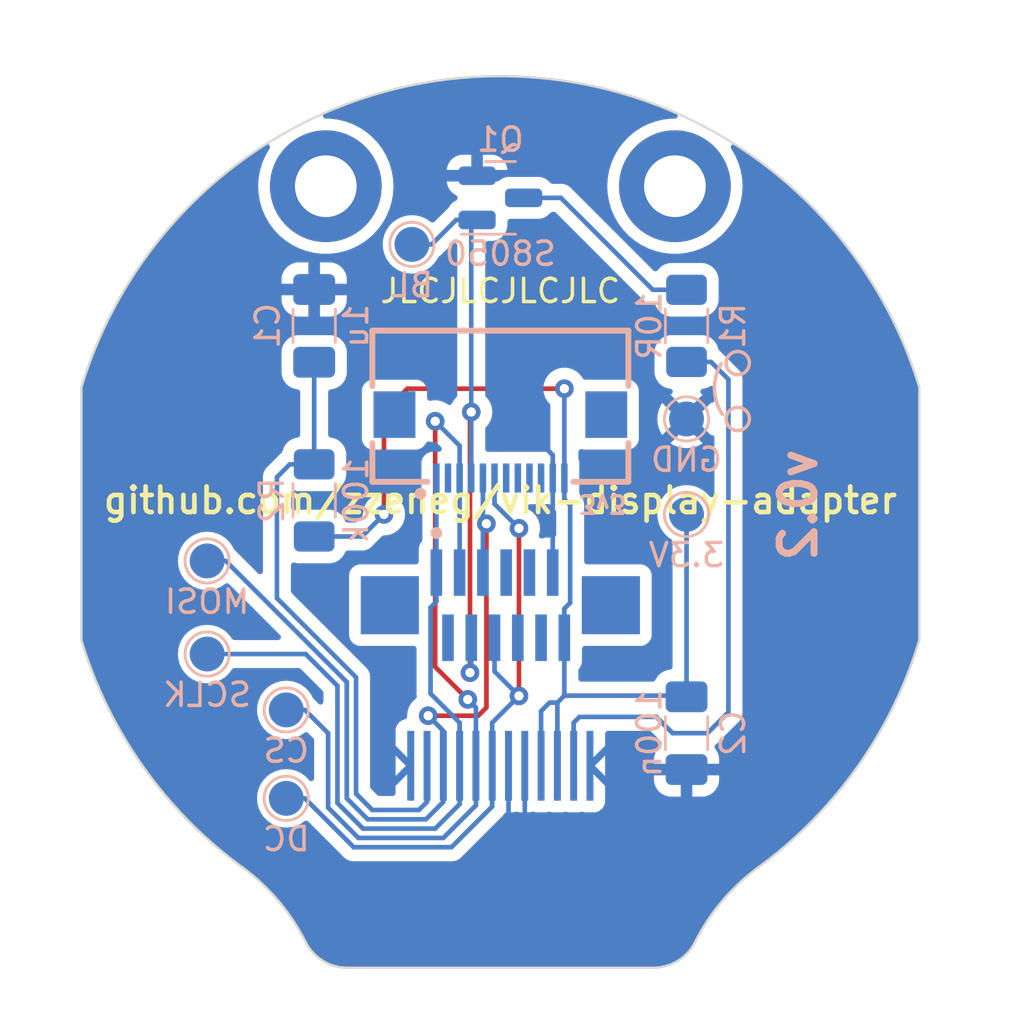
<source format=kicad_pcb>
(kicad_pcb (version 20221018) (generator pcbnew)
  (layers (0 "F.Cu" signal) (31 "B.Cu" signal) (34 "B.Paste" user) (35 "F.Paste" user) (36 "B.SilkS" user "B.Silkscreen") (37 "F.SilkS" user "F.Silkscreen") (38 "B.Mask" user) (39 "F.Mask" user) (44 "Edge.Cuts" user))
  (net 0 "")
  (net 1 "RESET")
  (net 2 "GND")
  (net 3 "+3.3V")
  (net 4 "SCLK")
  (net 6 "LEDK")
  (net 7 "DC")
  (net 8 "CS")
  (net 9 "MOSI")
  (net 10 "BLK")
  (net 20 "Net-(Q1-C)")
  (footprint "zzkeeb:Hole_M2-solder-nut-2.5" (layer "B.Cu") (at 107 59.7 180)
    (fp_text reference "H2" hide)
    (fp_text value "MountingHole" hide)
    (pad "" thru_hole circle (at 0 0 180) (size 4.8 4.8) (drill 2.65) (layers "*.Cu" "B.Mask"))
  )
  (footprint "TestPoint:TestPoint_Pad_D1.5mm" (layer "B.Cu") (at 86.9 75.8 180)
    (fp_text reference "TP6" hide)
    (fp_text value "MOSI" (at 0 -1.75) (layer "B.SilkS") (effects (justify mirror)))
    (fp_circle (center 0 0) (end 0 -0.95) (stroke (width 0.12)) (fill none) (layer "B.SilkS"))
    (pad "1" smd circle (at 0 0 180) (size 1.5 1.5) (layers "B.Cu" "B.Mask") (net 9 "MOSI"))
  )
  (footprint "TestPoint:TestPoint_Pad_D1.5mm" (layer "B.Cu") (at 107.5 69.7 180)
    (fp_text reference "TP2" hide)
    (fp_text value "GND" (at 0 -1.75) (layer "B.SilkS") (effects (justify mirror)))
    (fp_circle (center 0 0) (end 0 -0.95) (stroke (width 0.12)) (fill none) (layer "B.SilkS"))
    (pad "1" smd circle (at 0 0 180) (size 1.5 1.5) (layers "B.Cu" "B.Mask") (net 2 "GND"))
  )
  (footprint "zzkeeb:Connector_Display-12pin-0.7mm" (layer "B.Cu") (at 99.5 84.6)
    (fp_text reference "J3")
    (fp_text value "Conn_01x12_Pin")
    (pad "1" smd rect (at 3.85 0) (size 0.3 3) (layers "B.Cu" "B.Paste" "B.Mask") (net 2 "GND"))
    (pad "2" smd rect (at 3.15 0) (size 0.3 3) (layers "B.Cu" "B.Paste" "B.Mask") (net 6 "LEDK"))
    (pad "3" smd rect (at 2.45 0) (size 0.3 3) (layers "B.Cu" "B.Paste" "B.Mask") (net 3 "+3.3V"))
    (pad "4" smd rect (at 1.75 0) (size 0.3 3) (layers "B.Cu" "B.Paste" "B.Mask") (net 3 "+3.3V"))
    (pad "5" smd rect (at 1.05 0) (size 0.3 3) (layers "B.Cu" "B.Paste" "B.Mask") (net 2 "GND"))
    (pad "6" smd rect (at 0.35 0) (size 0.3 3) (layers "B.Cu" "B.Paste" "B.Mask") (net 2 "GND"))
    (pad "7" smd rect (at -0.35 0) (size 0.3 3) (layers "B.Cu" "B.Paste" "B.Mask") (net 7 "DC"))
    (pad "8" smd rect (at -1.05 0) (size 0.3 3) (layers "B.Cu" "B.Paste" "B.Mask") (net 8 "CS"))
    (pad "9" smd rect (at -1.75 0) (size 0.3 3) (layers "B.Cu" "B.Paste" "B.Mask") (net 4 "SCLK"))
    (pad "10" smd rect (at -2.45 0) (size 0.3 3) (layers "B.Cu" "B.Paste" "B.Mask") (net 9 "MOSI"))
    (pad "11" smd rect (at -3.15 0) (size 0.3 3) (layers "B.Cu" "B.Paste" "B.Mask") (net 1 "RESET"))
    (pad "12" smd rect (at -3.85 0) (size 0.3 3) (layers "B.Cu" "B.Paste" "B.Mask") (net 2 "GND"))
  )
  (footprint "TestPoint:TestPoint_Pad_D1.5mm" (layer "B.Cu") (at 86.9 79.8 180)
    (fp_text reference "TP3" hide)
    (fp_text value "SCLK" (at 0 -1.75) (layer "B.SilkS") (effects (justify mirror)))
    (fp_circle (center 0 0) (end 0 -0.95) (stroke (width 0.12)) (fill none) (layer "B.SilkS"))
    (pad "1" smd circle (at 0 0 180) (size 1.5 1.5) (layers "B.Cu" "B.Mask") (net 4 "SCLK"))
  )
  (footprint "TestPoint:TestPoint_Pad_D1.5mm" (layer "B.Cu") (at 95.7 62.2 180)
    (fp_text reference "TP5" hide)
    (fp_text value "BL" (at 0 -1.75) (layer "B.SilkS") (effects (justify mirror)))
    (fp_circle (center 0 0) (end 0 -0.95) (stroke (width 0.12)) (fill none) (layer "B.SilkS"))
    (pad "1" smd circle (at 0 0 180) (size 1.5 1.5) (layers "B.Cu" "B.Mask") (net 10 "BLK"))
  )
  (footprint "Capacitor_SMD:C_1206_3216Metric_Pad1.33x1.80mm_HandSolder" (layer "B.Cu") (at 91.5 65.7 -90)
    (fp_text reference "C1" (at 0 2 90) (layer "B.SilkS") (effects (justify mirror)))
    (fp_text value "1u" (at 0 -1.8 90) (layer "B.SilkS") (effects (justify mirror)))
    (fp_line (start -0.711252 -0.91) (end 0.711252 -0.91) (stroke (width 0.12)) (layer "B.SilkS"))
    (fp_line (start -0.711252 0.91) (end 0.711252 0.91) (stroke (width 0.12)) (layer "B.SilkS"))
    (pad "1" smd roundrect (at -1.5625 0 270) (size 1.325 1.8) (layers "B.Cu" "B.Paste" "B.Mask") (roundrect_rratio 0.1886792453) (net 2 "GND"))
    (pad "2" smd roundrect (at 1.5625 0 270) (size 1.325 1.8) (layers "B.Cu" "B.Paste" "B.Mask") (roundrect_rratio 0.1886792453) (net 1 "RESET"))
  )
  (footprint "Resistor_SMD:R_1206_3216Metric_Pad1.30x1.75mm_HandSolder" (layer "B.Cu") (at 107.5 65.7 -90)
    (fp_text reference "R1" (at 0 -2 90) (layer "B.SilkS") (effects (justify mirror)))
    (fp_text value "10R" (at 0 1.6 90) (layer "B.SilkS") (effects (justify mirror)))
    (fp_line (start -0.727064 -0.91) (end 0.727064 -0.91) (stroke (width 0.12)) (layer "B.SilkS"))
    (fp_line (start -0.727064 0.91) (end 0.727064 0.91) (stroke (width 0.12)) (layer "B.SilkS"))
    (pad "1" smd roundrect (at -1.55 0 270) (size 1.3 1.75) (layers "B.Cu" "B.Paste" "B.Mask") (roundrect_rratio 0.1923076923) (net 20 "Net-(Q1-C)"))
    (pad "2" smd roundrect (at 1.55 0 270) (size 1.3 1.75) (layers "B.Cu" "B.Paste" "B.Mask") (roundrect_rratio 0.1923076923) (net 6 "LEDK"))
  )
  (footprint "vik:vik-module-connector-horizontal" (layer "B.Cu") (at 99.5 70.2)
    (fp_text reference "J1" hide)
    (fp_text value "vik-module-connector" hide)
    (fp_text user "3v3" (at 3.3 2.7 -180 unlocked) (layer "B.SilkS") (effects (font (size 0.75 0.75)) (justify left bottom mirror)))
    (fp_line (start -5.5 -4.295) (end -5.5 -1.912) (stroke (width 0.254)) (layer "B.SilkS"))
    (fp_line (start -5.5 0.539) (end -5.5 2.2) (stroke (width 0.254)) (layer "B.SilkS"))
    (fp_line (start -5.5 2.2) (end -3.131 2.2) (stroke (width 0.254)) (layer "B.SilkS"))
    (fp_line (start 5.5 -4.295) (end -5.5 -4.295) (stroke (width 0.254)) (layer "B.SilkS"))
    (fp_line (start 5.5 -4.295) (end 5.5 -1.912) (stroke (width 0.254)) (layer "B.SilkS"))
    (fp_line (start 5.5 0.539) (end 5.5 2.2) (stroke (width 0.254)) (layer "B.SilkS"))
    (fp_line (start 5.5 2.2) (end 3.131 2.2) (stroke (width 0.254)) (layer "B.SilkS"))
    (fp_circle (center -3.429 2.708) (end -3.302 2.708) (stroke (width 0.254)) (fill none) (layer "B.SilkS"))
    (pad "1" smd rect (at -2.75 2.038) (size 0.28 1.25) (layers "B.Cu" "B.Paste" "B.Mask") (net 4 "SCLK"))
    (pad "2" smd rect (at -2.25 2.038) (size 0.28 1.25) (layers "B.Cu" "B.Paste" "B.Mask"))
    (pad "3" smd rect (at -1.75 2.038) (size 0.28 1.25) (layers "B.Cu" "B.Paste" "B.Mask") (net 8 "CS"))
    (pad "4" smd rect (at -1.25 2.038) (size 0.28 1.25) (layers "B.Cu" "B.Paste" "B.Mask") (net 10 "BLK"))
    (pad "5" smd rect (at -0.75 2.038) (size 0.28 1.25) (layers "B.Cu" "B.Paste" "B.Mask") (net 9 "MOSI"))
    (pad "6" smd rect (at -0.25 2.038) (size 0.28 1.25) (layers "B.Cu" "B.Paste" "B.Mask") (net 7 "DC"))
    (pad "7" smd rect (at 0.25 2.038) (size 0.28 1.25) (layers "B.Cu" "B.Paste" "B.Mask"))
    (pad "8" smd rect (at 0.75 2.038) (size 0.28 1.25) (layers "B.Cu" "B.Paste" "B.Mask"))
    (pad "9" smd rect (at 1.25 2.038) (size 0.28 1.25) (layers "B.Cu" "B.Paste" "B.Mask"))
    (pad "10" smd rect (at 1.75 2.038) (size 0.28 1.25) (layers "B.Cu" "B.Paste" "B.Mask"))
    (pad "11" smd rect (at 2.25 2.038) (size 0.28 1.25) (layers "B.Cu" "B.Paste" "B.Mask") (net 2 "GND"))
    (pad "12" smd rect (at 2.75 2.038) (size 0.28 1.25) (layers "B.Cu" "B.Paste" "B.Mask") (net 3 "+3.3V"))
    (pad "13" smd rect (at 4.55 -0.686) (size 1.8 2) (layers "B.Cu" "B.Paste" "B.Mask"))
    (pad "14" smd rect (at -4.55 -0.686) (size 1.8 2) (layers "B.Cu" "B.Paste" "B.Mask"))
  )
  (footprint "Capacitor_SMD:C_1206_3216Metric_Pad1.33x1.80mm_HandSolder" (layer "B.Cu") (at 107.5 83.2 90)
    (fp_text reference "C2" (at 0 2 90) (layer "B.SilkS") (effects (justify mirror)))
    (fp_text value "100n" (at 0 -1.6 90) (layer "B.SilkS") (effects (justify mirror)))
    (fp_line (start -0.711252 -0.91) (end 0.711252 -0.91) (stroke (width 0.12)) (layer "B.SilkS"))
    (fp_line (start -0.711252 0.91) (end 0.711252 0.91) (stroke (width 0.12)) (layer "B.SilkS"))
    (pad "1" smd roundrect (at -1.5625 0 90) (size 1.325 1.8) (layers "B.Cu" "B.Paste" "B.Mask") (roundrect_rratio 0.1886792453) (net 2 "GND"))
    (pad "2" smd roundrect (at 1.5625 0 90) (size 1.325 1.8) (layers "B.Cu" "B.Paste" "B.Mask") (roundrect_rratio 0.1886792453) (net 3 "+3.3V"))
  )
  (footprint "zzkeeb:Hole_M2-solder-nut-2.5" (layer "B.Cu") (at 92 59.7 180)
    (fp_text reference "H1" hide)
    (fp_text value "MountingHole" hide)
    (pad "" thru_hole circle (at 0 0 180) (size 4.8 4.8) (drill 2.65) (layers "*.Cu" "B.Mask"))
  )
  (footprint "zzkeeb:Connector_VIK-vertical-module" (layer "B.Cu") (at 99.5 77.7 90)
    (fp_text reference "J2" hide)
    (fp_text value "vik-module-connector" hide)
    (fp_circle (center 3.1 -2.75) (end 3.227 -2.75) (stroke (width 0.254)) (fill solid) (layer "B.SilkS"))
    (pad "" smd rect (at 0 -4.75 90) (size 2.5 2.5) (layers "B.Cu" "B.Paste" "B.Mask"))
    (pad "" smd rect (at 0 4.75 90) (size 2.5 2.5) (layers "B.Cu" "B.Paste" "B.Mask"))
    (pad "1" smd custom (at 1.9 -2.75 90) (size 1 0.5) (layers "B.Cu" "B.Paste" "B.Mask") (net 4 "SCLK") (options (clearance outline) (anchor rect)) (primitives (gr_poly (pts (xy -1.5 -0.25) (xy -0.5 -0.25) (xy -0.5 0.25) (xy -1.5 0.25)) (width 0) (fill yes))))
    (pad "2" smd custom (at -1.9 -2.25 270) (size 1 0.5) (layers "B.Cu" "B.Paste" "B.Mask") (options (clearance outline) (anchor rect)) (primitives (gr_poly (pts (xy -1.5 -0.25) (xy -0.5 -0.25) (xy -0.5 0.25) (xy -1.5 0.25)) (width 0) (fill yes))))
    (pad "3" smd custom (at 1.9 -1.75 90) (size 1 0.5) (layers "B.Cu" "B.Paste" "B.Mask") (net 8 "CS") (options (clearance outline) (anchor rect)) (primitives (gr_poly (pts (xy -1.5 -0.25) (xy -0.5 -0.25) (xy -0.5 0.25) (xy -1.5 0.25)) (width 0) (fill yes))))
    (pad "4" smd custom (at -1.9 -1.25 270) (size 1 0.5) (layers "B.Cu" "B.Paste" "B.Mask") (net 10 "BLK") (options (clearance outline) (anchor rect)) (primitives (gr_poly (pts (xy -1.5 -0.25) (xy -0.5 -0.25) (xy -0.5 0.25) (xy -1.5 0.25)) (width 0) (fill yes))))
    (pad "5" smd custom (at 1.9 -0.75 90) (size 1 0.5) (layers "B.Cu" "B.Paste" "B.Mask") (net 9 "MOSI") (options (clearance outline) (anchor rect)) (primitives (gr_poly (pts (xy -1.5 -0.25) (xy -0.5 -0.25) (xy -0.5 0.25) (xy -1.5 0.25)) (width 0) (fill yes))))
    (pad "6" smd rect (at -1.4 -0.25 180) (size 0.5 2) (layers "B.Cu" "B.Paste" "B.Mask") (net 7 "DC"))
    (pad "7" smd custom (at 1.9 0.25 90) (size 1 0.5) (layers "B.Cu" "B.Paste" "B.Mask") (options (clearance outline) (anchor rect)) (primitives (gr_poly (pts (xy -1.5 -0.25) (xy -0.5 -0.25) (xy -0.5 0.25) (xy -1.5 0.25)) (width 0) (fill yes))))
    (pad "8" smd custom (at -1.9 0.75 270) (size 1 0.5) (layers "B.Cu" "B.Paste" "B.Mask") (options (clearance outline) (anchor rect)) (primitives (gr_poly (pts (xy -1.5 -0.25) (xy -0.5 -0.25) (xy -0.5 0.25) (xy -1.5 0.25)) (width 0) (fill yes))))
    (pad "9" smd custom (at 1.9 1.25 90) (size 1 0.5) (layers "B.Cu" "B.Paste" "B.Mask") (options (clearance outline) (anchor rect)) (primitives (gr_poly (pts (xy -1.5 -0.25) (xy -0.5 -0.25) (xy -0.5 0.25) (xy -1.5 0.25)) (width 0) (fill yes))))
    (pad "10" smd custom (at -1.9 1.75 270) (size 1 0.5) (layers "B.Cu" "B.Paste" "B.Mask") (options (clearance outline) (anchor rect)) (primitives (gr_poly (pts (xy -1.5 -0.25) (xy -0.5 -0.25) (xy -0.5 0.25) (xy -1.5 0.25)) (width 0) (fill yes))))
    (pad "11" smd custom (at 1.9 2.25 90) (size 1 0.5) (layers "B.Cu" "B.Paste" "B.Mask") (net 2 "GND") (options (clearance outline) (anchor rect)) (primitives (gr_poly (pts (xy -1.5 -0.25) (xy -0.5 -0.25) (xy -0.5 0.25) (xy -1.5 0.25)) (width 0) (fill yes))))
    (pad "12" smd custom (at -1.9 2.75 270) (size 1 0.5) (layers "B.Cu" "B.Paste" "B.Mask") (net 3 "+3.3V") (options (clearance outline) (anchor rect)) (primitives (gr_poly (pts (xy -1.5 -0.25) (xy -0.5 -0.25) (xy -0.5 0.25) (xy -1.5 0.25)) (width 0) (fill yes))))
  )
  (footprint "TestPoint:TestPoint_Pad_D1.5mm" (layer "B.Cu") (at 107.5 73.8 180)
    (fp_text reference "TP1" hide)
    (fp_text value "3.3V" (at 0 -1.75) (layer "B.SilkS") (effects (justify mirror)))
    (fp_circle (center 0 0) (end 0 -0.95) (stroke (width 0.12)) (fill none) (layer "B.SilkS"))
    (pad "1" smd circle (at 0 0 180) (size 1.5 1.5) (layers "B.Cu" "B.Mask") (net 3 "+3.3V"))
  )
  (footprint "TestPoint:TestPoint_Pad_D1.5mm" (layer "B.Cu") (at 90.3 86 180)
    (fp_text reference "TP7" hide)
    (fp_text value "DC" (at 0 -1.75) (layer "B.SilkS") (effects (justify mirror)))
    (fp_circle (center 0 0) (end 0 -0.95) (stroke (width 0.12)) (fill none) (layer "B.SilkS"))
    (pad "1" smd circle (at 0 0 180) (size 1.5 1.5) (layers "B.Cu" "B.Mask") (net 7 "DC"))
  )
  (footprint "TestPoint:TestPoint_Pad_D1.5mm" (layer "B.Cu") (at 90.3 82.2 180)
    (fp_text reference "TP4" hide)
    (fp_text value "CS" (at 0 -1.75) (layer "B.SilkS") (effects (justify mirror)))
    (fp_circle (center 0 0) (end 0 -0.95) (stroke (width 0.12)) (fill none) (layer "B.SilkS"))
    (pad "1" smd circle (at 0 0 180) (size 1.5 1.5) (layers "B.Cu" "B.Mask") (net 8 "CS"))
  )
  (footprint "zzkeeb:Transistor-S8050-SOT-23" (layer "B.Cu") (at 99.5 60.2)
    (fp_text reference "Q1" (at 0 -2.5) (layer "B.SilkS") (effects (justify mirror)))
    (fp_text value "S8050" (at 0 2.4) (layer "B.SilkS") (effects (justify mirror)))
    (fp_line (start 0 -1.56) (end -0.65 -1.56) (stroke (width 0.12)) (layer "B.SilkS"))
    (fp_line (start 0 -1.56) (end 0.65 -1.56) (stroke (width 0.12)) (layer "B.SilkS"))
    (fp_line (start 0 1.56) (end -1.675 1.56) (stroke (width 0.12)) (layer "B.SilkS"))
    (fp_line (start 0 1.56) (end 0.65 1.56) (stroke (width 0.12)) (layer "B.SilkS"))
    (pad "1" smd roundrect (at -1 -0.95) (size 1.6 0.8) (layers "B.Cu" "B.Paste" "B.Mask") (net 2 "GND"))
    (pad "2" smd roundrect (at -1 0.95) (size 1.6 0.8) (layers "B.Cu" "B.Paste" "B.Mask") (net 10 "BLK"))
    (pad "3" smd roundrect (at 1 0) (size 1.6 0.8) (layers "B.Cu" "B.Paste" "B.Mask") (net 20 "Net-(Q1-C)"))
  )
  (footprint "Resistor_SMD:R_1206_3216Metric_Pad1.30x1.75mm_HandSolder" (layer "B.Cu") (at 91.5 73.2 -90)
    (fp_text reference "R2" (at 0 1.82 90) (layer "B.SilkS") (effects (justify mirror)))
    (fp_text value "100k" (at 0 -1.8 90) (layer "B.SilkS") (effects (justify mirror)))
    (fp_line (start -0.727064 -0.91) (end 0.727064 -0.91) (stroke (width 0.12)) (layer "B.SilkS"))
    (fp_line (start -0.727064 0.91) (end 0.727064 0.91) (stroke (width 0.12)) (layer "B.SilkS"))
    (pad "1" smd roundrect (at -1.55 0 270) (size 1.3 1.75) (layers "B.Cu" "B.Paste" "B.Mask") (roundrect_rratio 0.1923076923) (net 1 "RESET"))
    (pad "2" smd roundrect (at 1.55 0 270) (size 1.3 1.75) (layers "B.Cu" "B.Paste" "B.Mask") (roundrect_rratio 0.1923076923) (net 3 "+3.3V"))
  )
  (gr_circle (center 109.7 69.7) (end 110.2 69.7) (stroke (width 0.15)) (fill none) (layer "B.SilkS"))
  (gr_arc (start 109.040404 69.5) (mid 108.700449 68.421023) (end 108.990253 67.327509) (stroke (width 0.15)) (layer "B.SilkS"))
  (gr_circle (center 109.7 67.3) (end 110.2 67.3) (stroke (width 0.15)) (fill none) (layer "B.SilkS"))
  (gr_arc (start 81.5 68.348272) (mid 99.5 54.974136) (end 117.5 68.348272) (stroke (width 0.1)) (layer "Edge.Cuts"))
  (gr_arc (start 88.409673 88.95454) (mid 89.965551 90.401898) (end 91.138713 92.173703) (stroke (width 0.1)) (layer "Edge.Cuts"))
  (gr_line (start 92.924989 93.274136) (end 106.075011 93.274136) (stroke (width 0.1)) (layer "Edge.Cuts"))
  (gr_arc (start 107.861287 92.173703) (mid 109.034449 90.401898) (end 110.590327 88.95454) (stroke (width 0.1)) (layer "Edge.Cuts"))
  (gr_line (start 117.5 68.348272) (end 117.5 79.2) (stroke (width 0.1)) (layer "Edge.Cuts"))
  (gr_line (start 81.5 68.348272) (end 81.5 79.2) (stroke (width 0.1)) (layer "Edge.Cuts"))
  (gr_arc (start 92.924989 93.274136) (mid 91.875974 92.976947) (end 91.138713 92.173703) (stroke (width 0.1)) (layer "Edge.Cuts"))
  (gr_arc (start 117.5 79.2) (mid 114.841106 84.64108) (end 110.590327 88.95454) (stroke (width 0.1)) (layer "Edge.Cuts"))
  (gr_arc (start 88.409673 88.95454) (mid 84.158893 84.64108) (end 81.5 79.2) (stroke (width 0.1)) (layer "Edge.Cuts"))
  (gr_arc (start 107.861287 92.173703) (mid 107.124028 92.976952) (end 106.075011 93.274136) (stroke (width 0.1)) (layer "Edge.Cuts"))
  (gr_text "v0.2" (at 112.3 73.4 90) (layer "B.SilkS") (effects (font (size 1.5 1.5) (thickness 0.3) bold) (justify mirror)))
  (gr_text "JLCJLCJLCJLC" (at 99.5 64.2) (layer "F.SilkS") (effects (font (size 1 1) (thickness 0.15) bold)))
  (gr_text "github.com/zzeneg/vik-display-adapter" (at 99.5 73.2) (layer "F.SilkS") (effects (font (size 1.1 1.1) (thickness 0.2) bold)))
  (segment (start 94 86.5) (end 93.3 85.8) (width 0.2) (layer "B.Cu") (net 1))
  (segment (start 91.5 71.65) (end 91.5 67.2625) (width 0.2) (layer "B.Cu") (net 1))
  (segment (start 93.3 80.8) (end 89.9 77.4) (width 0.2) (layer "B.Cu") (net 1))
  (segment (start 90.45 71.65) (end 91.5 71.65) (width 0.2) (layer "B.Cu") (net 1))
  (segment (start 93.3 85.8) (end 93.3 80.8) (width 0.2) (layer "B.Cu") (net 1))
  (segment (start 89.9 72.2) (end 90.45 71.65) (width 0.2) (layer "B.Cu") (net 1))
  (segment (start 89.9 77.4) (end 89.9 72.2) (width 0.2) (layer "B.Cu") (net 1))
  (segment (start 96.35 84) (end 96.35 86.15) (width 0.2) (layer "B.Cu") (net 1))
  (segment (start 96 86.5) (end 94 86.5) (width 0.2) (layer "B.Cu") (net 1))
  (segment (start 96.35 86.15) (end 96 86.5) (width 0.2) (layer "B.Cu") (net 1))
  (segment (start 101.5 71) (end 101.75 71.25) (width 0.2) (layer "B.Cu") (net 2))
  (segment (start 100.55 84) (end 100.55 87.1) (width 0.2) (layer "B.Cu") (net 2))
  (segment (start 101.75 71.25) (end 101.75 75.8) (width 0.2) (layer "B.Cu") (net 2))
  (segment (start 99.85 84) (end 99.85 87.1) (width 0.2) (layer "B.Cu") (net 2))
  (segment (start 95.5 68.4) (end 94.5 69.4) (width 0.2) (layer "F.Cu") (net 3))
  (segment (start 94.5 69.4) (end 94.5 73.8) (width 0.2) (layer "F.Cu") (net 3))
  (segment (start 102.25 68.4) (end 95.5 68.4) (width 0.2) (layer "F.Cu") (net 3))
  (via (at 102.25 68.4) (size 0.8) (drill 0.4) (layers "F.Cu" "B.Cu") (net 3))
  (via (at 94.5 73.8) (size 0.8) (drill 0.4) (layers "F.Cu" "B.Cu") (net 3))
  (segment (start 101.6125 81.8875) (end 101.95 81.8875) (width 0.2) (layer "B.Cu") (net 3))
  (segment (start 107.1 73.8) (end 107.5 74.2) (width 0.2) (layer "B.Cu") (net 3))
  (segment (start 102.5 73.4) (end 102.5 77.6) (width 0.2) (layer "B.Cu") (net 3))
  (segment (start 107.5 81.6375) (end 107.45 81.5875) (width 0.2) (layer "B.Cu") (net 3))
  (segment (start 102.25 77.85) (end 102.25 79.6) (width 0.2) (layer "B.Cu") (net 3))
  (segment (start 101.25 84) (end 101.25 82.25) (width 0.2) (layer "B.Cu") (net 3))
  (segment (start 101.25 82.25) (end 101.6125 81.8875) (width 0.2) (layer "B.Cu") (net 3))
  (segment (start 102.5 77.6) (end 102.25 77.85) (width 0.2) (layer "B.Cu") (net 3))
  (segment (start 102.25 68.4) (end 102.25 73.15) (width 0.2) (layer "B.Cu") (net 3))
  (segment (start 102.25 79.6) (end 102.25 81.5875) (width 0.2) (layer "B.Cu") (net 3))
  (segment (start 101.95 81.8875) (end 101.95 84) (width 0.2) (layer "B.Cu") (net 3))
  (segment (start 91.5 74.75) (end 93.55 74.75) (width 0.2) (layer "B.Cu") (net 3))
  (segment (start 102.25 73.15) (end 102.5 73.4) (width 0.2) (layer "B.Cu") (net 3))
  (segment (start 107.5 74.2) (end 107.5 81.6375) (width 0.2) (layer "B.Cu") (net 3))
  (segment (start 102.25 81.5875) (end 101.95 81.8875) (width 0.2) (layer "B.Cu") (net 3))
  (segment (start 107.45 81.5875) (end 102.25 81.5875) (width 0.2) (layer "B.Cu") (net 3))
  (segment (start 93.55 74.75) (end 94.5 73.8) (width 0.2) (layer "B.Cu") (net 3))
  (segment (start 96.5 77.8) (end 96.5 81.5) (width 0.2) (layer "B.Cu") (net 4))
  (segment (start 96.75 75.8) (end 96.75 77.55) (width 0.2) (layer "B.Cu") (net 4))
  (segment (start 93.6 87.3) (end 92.5 86.2) (width 0.2) (layer "B.Cu") (net 4))
  (segment (start 96.75 77.55) (end 96.5 77.8) (width 0.2) (layer "B.Cu") (net 4))
  (segment (start 96.5 81.5) (end 97.75 82.75) (width 0.2) (layer "B.Cu") (net 4))
  (segment (start 92.5 81.165686) (end 91.134314 79.8) (width 0.2) (layer "B.Cu") (net 4))
  (segment (start 91.134314 79.8) (end 87.7 79.8) (width 0.2) (layer "B.Cu") (net 4))
  (segment (start 97.75 82.75) (end 97.75 86.25) (width 0.2) (layer "B.Cu") (net 4))
  (segment (start 97.75 86.25) (end 96.7 87.3) (width 0.2) (layer "B.Cu") (net 4))
  (segment (start 96.7 87.3) (end 93.6 87.3) (width 0.2) (layer "B.Cu") (net 4))
  (segment (start 96.75 72.238) (end 96.75 75.8) (width 0.2) (layer "B.Cu") (net 4))
  (segment (start 92.5 86.2) (end 92.5 81.165686) (width 0.2) (layer "B.Cu") (net 4))
  (segment (start 106.9 83.2) (end 108.4 83.2) (width 0.2) (layer "B.Cu") (net 6))
  (segment (start 109.3 82.3) (end 109.3 68) (width 0.2) (layer "B.Cu") (net 6))
  (segment (start 102.65 82.75) (end 102.9 82.5) (width 0.2) (layer "B.Cu") (net 6))
  (segment (start 102.65 84) (end 102.65 82.75) (width 0.2) (layer "B.Cu") (net 6))
  (segment (start 108.4 83.2) (end 109.3 82.3) (width 0.2) (layer "B.Cu") (net 6))
  (segment (start 106.2 82.5) (end 106.9 83.2) (width 0.2) (layer "B.Cu") (net 6))
  (segment (start 109.3 68) (end 108.55 67.25) (width 0.2) (layer "B.Cu") (net 6))
  (segment (start 108.55 67.25) (end 107.5 67.25) (width 0.2) (layer "B.Cu") (net 6))
  (segment (start 102.9 82.5) (end 106.2 82.5) (width 0.2) (layer "B.Cu") (net 6))
  (segment (start 100.3 74.4) (end 100.3 81.6) (width 0.2) (layer "F.Cu") (net 7))
  (via (at 100.3 74.4) (size 0.8) (drill 0.4) (layers "F.Cu" "B.Cu") (net 7))
  (via (at 100.3 81.6) (size 0.8) (drill 0.4) (layers "F.Cu" "B.Cu") (net 7))
  (segment (start 99.25 80.55) (end 99.25 79.1) (width 0.2) (layer "B.Cu") (net 7))
  (segment (start 93.2 88.1) (end 91.1 86) (width 0.2) (layer "B.Cu") (net 7))
  (segment (start 100.3 81.6) (end 99.25 80.55) (width 0.2) (layer "B.Cu") (net 7))
  (segment (start 100.3 74.4) (end 99.25 73.35) (width 0.2) (layer "B.Cu") (net 7))
  (segment (start 99.15 86.35) (end 97.4 88.1) (width 0.2) (layer "B.Cu") (net 7))
  (segment (start 99.25 73.35) (end 99.25 71.738) (width 0.2) (layer "B.Cu") (net 7))
  (segment (start 97.4 88.1) (end 93.2 88.1) (width 0.2) (layer "B.Cu") (net 7))
  (segment (start 99.15 82.75) (end 99.15 86.35) (width 0.2) (layer "B.Cu") (net 7))
  (segment (start 100.3 81.6) (end 99.15 82.75) (width 0.2) (layer "B.Cu") (net 7))
  (segment (start 91.1 86) (end 90.5 86) (width 0.2) (layer "B.Cu") (net 7))
  (segment (start 98.1 81.7505) (end 96.7 80.3505) (width 0.2) (layer "F.Cu") (net 8))
  (segment (start 96.7 80.3505) (end 96.7 69.8) (width 0.2) (layer "F.Cu") (net 8))
  (via (at 98.1 81.7505) (size 0.8) (drill 0.4) (layers "F.Cu" "B.Cu") (net 8))
  (via (at 96.7 69.8) (size 0.8) (drill 0.4) (layers "F.Cu" "B.Cu") (net 8))
  (segment (start 98.45 86.3) (end 97.05 87.7) (width 0.2) (layer "B.Cu") (net 8))
  (segment (start 98.1 81.7505) (end 98.45 82.1005) (width 0.2) (layer "B.Cu") (net 8))
  (segment (start 93.4 87.7) (end 92.1 86.4) (width 0.2) (layer "B.Cu") (net 8))
  (segment (start 91.1 82.2) (end 90.5 82.2) (width 0.2) (layer "B.Cu") (net 8))
  (segment (start 97.05 87.7) (end 93.4 87.7) (width 0.2) (layer "B.Cu") (net 8))
  (segment (start 92.1 83.2) (end 91.1 82.2) (width 0.2) (layer "B.Cu") (net 8))
  (segment (start 98.45 82.1005) (end 98.45 86.3) (width 0.2) (layer "B.Cu") (net 8))
  (segment (start 96.7 69.8) (end 97.75 70.85) (width 0.2) (layer "B.Cu") (net 8))
  (segment (start 92.1 86.4) (end 92.1 83.2) (width 0.2) (layer "B.Cu") (net 8))
  (segment (start 97.75 70.85) (end 97.75 75.8) (width 0.2) (layer "B.Cu") (net 8))
  (segment (start 98.55 82.45) (end 98.9 82.1) (width 0.2) (layer "F.Cu") (net 9))
  (segment (start 98.9 82.1) (end 98.9 74.2) (width 0.2) (layer "F.Cu") (net 9))
  (segment (start 96.4 82.45) (end 98.55 82.45) (width 0.2) (layer "F.Cu") (net 9))
  (via (at 96.4 82.45) (size 0.8) (drill 0.4) (layers "F.Cu" "B.Cu") (net 9))
  (via (at 98.9 74.2) (size 0.8) (drill 0.4) (layers "F.Cu" "B.Cu") (net 9))
  (segment (start 98.75 74.05) (end 98.75 71.738) (width 0.2) (layer "B.Cu") (net 9))
  (segment (start 96.4 82.45) (end 97.05 83.1) (width 0.2) (layer "B.Cu") (net 9))
  (segment (start 98.9 74.2) (end 98.75 74.35) (width 0.2) (layer "B.Cu") (net 9))
  (segment (start 98.75 74.35) (end 98.75 75.8) (width 0.2) (layer "B.Cu") (net 9))
  (segment (start 93.8 86.9) (end 92.9 86) (width 0.2) (layer "B.Cu") (net 9))
  (segment (start 87.7 75.8) (end 86.9 75.8) (width 0.2) (layer "B.Cu") (net 9))
  (segment (start 97.05 86.15) (end 96.3 86.9) (width 0.2) (layer "B.Cu") (net 9))
  (segment (start 92.9 86) (end 92.9 81) (width 0.2) (layer "B.Cu") (net 9))
  (segment (start 98.9 74.2) (end 98.75 74.05) (width 0.2) (layer "B.Cu") (net 9))
  (segment (start 92.9 81) (end 87.7 75.8) (width 0.2) (layer "B.Cu") (net 9))
  (segment (start 96.3 86.9) (end 93.8 86.9) (width 0.2) (layer "B.Cu") (net 9))
  (segment (start 97.05 83.1) (end 97.05 86.15) (width 0.2) (layer "B.Cu") (net 9))
  (segment (start 98.195633 69.454367) (end 98.25 69.4) (width 0.2) (layer "F.Cu") (net 10))
  (segment (start 98.195633 80.6) (end 98.195633 69.454367) (width 0.2) (layer "F.Cu") (net 10))
  (via (at 98.25 69.4) (size 0.8) (drill 0.4) (layers "F.Cu" "B.Cu") (net 10))
  (via (at 98.195633 80.6) (size 0.8) (drill 0.4) (layers "F.Cu" "B.Cu") (net 10))
  (segment (start 97.6 61.15) (end 98.5 61.15) (width 0.2) (layer "B.Cu") (net 10))
  (segment (start 98.25 69.4) (end 98.25 61.4) (width 0.2) (layer "B.Cu") (net 10))
  (segment (start 95.8 62.2) (end 96.55 62.2) (width 0.2) (layer "B.Cu") (net 10))
  (segment (start 96.55 62.2) (end 97.6 61.15) (width 0.2) (layer "B.Cu") (net 10))
  (segment (start 98.195633 80.6) (end 98.25 80.545633) (width 0.2) (layer "B.Cu") (net 10))
  (segment (start 98.25 61.4) (end 98.5 61.15) (width 0.2) (layer "B.Cu") (net 10))
  (segment (start 98.25 80.545633) (end 98.25 79.6) (width 0.2) (layer "B.Cu") (net 10))
  (segment (start 98.25 71.738) (end 98.25 69.4) (width 0.2) (layer "B.Cu") (net 10))
  (segment (start 107.5 64.15) (end 106.05 64.15) (width 0.2) (layer "B.Cu") (net 20))
  (segment (start 106.05 64.15) (end 102.1 60.2) (width 0.2) (layer "B.Cu") (net 20))
  (segment (start 102.1 60.2) (end 100.5 60.2) (width 0.2) (layer "B.Cu") (net 20))
  (zone (net 2) (net_name "GND") (layer "B.Cu") (connect_pads (clearance 0.5)) (min_thickness 0.25) (fill yes (thermal_gap 0.5) (thermal_bridge_width 0.5))
    (polygon (pts (xy 121.5 51.7) (xy 78 51.7) (xy 78 95.7) (xy 121.5 95.7)))
  )
)
</source>
